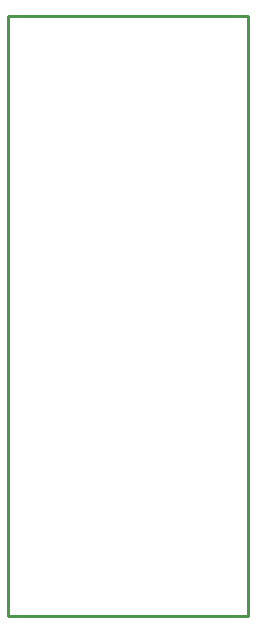
<source format=gko>
G04 Layer: BoardOutlineLayer*
G04 EasyEDA Pro v2.2.39.2, 2025-05-20 15:29:26*
G04 Gerber Generator version 0.3*
G04 Scale: 100 percent, Rotated: No, Reflected: No*
G04 Dimensions in millimeters*
G04 Leading zeros omitted, absolute positions, 4 integers and 5 decimals*
G04 Generated by one-click*
%FSLAX45Y45*%
%MOMM*%
%ADD10C,0.254*%
%ADD11C,0.6398*%
G75*


G04 Rect Start*
G54D10*
G01X0Y-5080000D02*
G01X0Y0D01*
G01X2032000Y0D01*
G01X2032000Y-5080000D01*
G01X0Y-5080000D01*
G04 Rect End*

M02*


</source>
